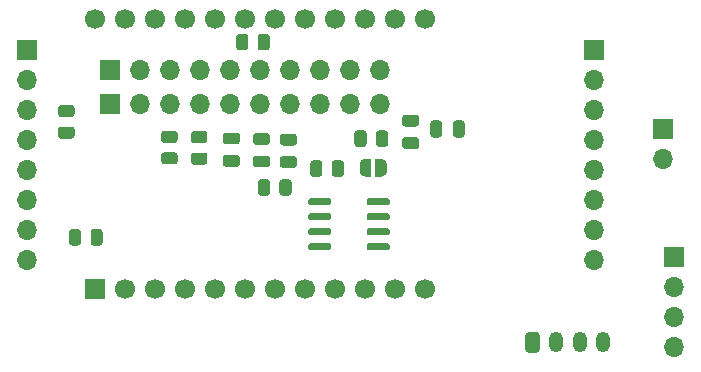
<source format=gbr>
%TF.GenerationSoftware,KiCad,Pcbnew,5.1.10*%
%TF.CreationDate,2021-11-02T12:22:44+00:00*%
%TF.ProjectId,BST900-ESP32,42535439-3030-42d4-9553-5033322e6b69,0.3*%
%TF.SameCoordinates,Original*%
%TF.FileFunction,Soldermask,Bot*%
%TF.FilePolarity,Negative*%
%FSLAX46Y46*%
G04 Gerber Fmt 4.6, Leading zero omitted, Abs format (unit mm)*
G04 Created by KiCad (PCBNEW 5.1.10) date 2021-11-02 12:22:44*
%MOMM*%
%LPD*%
G01*
G04 APERTURE LIST*
%ADD10O,1.700000X1.700000*%
%ADD11R,1.700000X1.700000*%
%ADD12C,1.700000*%
%ADD13C,0.100000*%
%ADD14O,1.200000X1.750000*%
G04 APERTURE END LIST*
%TO.C,C4*%
G36*
G01*
X132350000Y-76350000D02*
X133300000Y-76350000D01*
G75*
G02*
X133550000Y-76600000I0J-250000D01*
G01*
X133550000Y-77100000D01*
G75*
G02*
X133300000Y-77350000I-250000J0D01*
G01*
X132350000Y-77350000D01*
G75*
G02*
X132100000Y-77100000I0J250000D01*
G01*
X132100000Y-76600000D01*
G75*
G02*
X132350000Y-76350000I250000J0D01*
G01*
G37*
G36*
G01*
X132350000Y-74450000D02*
X133300000Y-74450000D01*
G75*
G02*
X133550000Y-74700000I0J-250000D01*
G01*
X133550000Y-75200000D01*
G75*
G02*
X133300000Y-75450000I-250000J0D01*
G01*
X132350000Y-75450000D01*
G75*
G02*
X132100000Y-75200000I0J250000D01*
G01*
X132100000Y-74700000D01*
G75*
G02*
X132350000Y-74450000I250000J0D01*
G01*
G37*
%TD*%
%TO.C,C5*%
G36*
G01*
X135850000Y-75500000D02*
X134900000Y-75500000D01*
G75*
G02*
X134650000Y-75250000I0J250000D01*
G01*
X134650000Y-74750000D01*
G75*
G02*
X134900000Y-74500000I250000J0D01*
G01*
X135850000Y-74500000D01*
G75*
G02*
X136100000Y-74750000I0J-250000D01*
G01*
X136100000Y-75250000D01*
G75*
G02*
X135850000Y-75500000I-250000J0D01*
G01*
G37*
G36*
G01*
X135850000Y-77400000D02*
X134900000Y-77400000D01*
G75*
G02*
X134650000Y-77150000I0J250000D01*
G01*
X134650000Y-76650000D01*
G75*
G02*
X134900000Y-76400000I250000J0D01*
G01*
X135850000Y-76400000D01*
G75*
G02*
X136100000Y-76650000I0J-250000D01*
G01*
X136100000Y-77150000D01*
G75*
G02*
X135850000Y-77400000I-250000J0D01*
G01*
G37*
%TD*%
%TO.C,C6*%
G36*
G01*
X137175000Y-76450000D02*
X138125000Y-76450000D01*
G75*
G02*
X138375000Y-76700000I0J-250000D01*
G01*
X138375000Y-77200000D01*
G75*
G02*
X138125000Y-77450000I-250000J0D01*
G01*
X137175000Y-77450000D01*
G75*
G02*
X136925000Y-77200000I0J250000D01*
G01*
X136925000Y-76700000D01*
G75*
G02*
X137175000Y-76450000I250000J0D01*
G01*
G37*
G36*
G01*
X137175000Y-74550000D02*
X138125000Y-74550000D01*
G75*
G02*
X138375000Y-74800000I0J-250000D01*
G01*
X138375000Y-75300000D01*
G75*
G02*
X138125000Y-75550000I-250000J0D01*
G01*
X137175000Y-75550000D01*
G75*
G02*
X136925000Y-75300000I0J250000D01*
G01*
X136925000Y-74800000D01*
G75*
G02*
X137175000Y-74550000I250000J0D01*
G01*
G37*
%TD*%
%TO.C,C1*%
G36*
G01*
X148475000Y-73950000D02*
X147525000Y-73950000D01*
G75*
G02*
X147275000Y-73700000I0J250000D01*
G01*
X147275000Y-73200000D01*
G75*
G02*
X147525000Y-72950000I250000J0D01*
G01*
X148475000Y-72950000D01*
G75*
G02*
X148725000Y-73200000I0J-250000D01*
G01*
X148725000Y-73700000D01*
G75*
G02*
X148475000Y-73950000I-250000J0D01*
G01*
G37*
G36*
G01*
X148475000Y-75850000D02*
X147525000Y-75850000D01*
G75*
G02*
X147275000Y-75600000I0J250000D01*
G01*
X147275000Y-75100000D01*
G75*
G02*
X147525000Y-74850000I250000J0D01*
G01*
X148475000Y-74850000D01*
G75*
G02*
X148725000Y-75100000I0J-250000D01*
G01*
X148725000Y-75600000D01*
G75*
G02*
X148475000Y-75850000I-250000J0D01*
G01*
G37*
%TD*%
D10*
%TO.C,J1*%
X115500000Y-85230000D03*
X115500000Y-82690000D03*
X115500000Y-80150000D03*
X115500000Y-77610000D03*
X115500000Y-75070000D03*
X115500000Y-72530000D03*
X115500000Y-69990000D03*
D11*
X115500000Y-67450000D03*
%TD*%
D10*
%TO.C,J4*%
X145450000Y-69150000D03*
X142910000Y-69150000D03*
X140370000Y-69150000D03*
X137830000Y-69150000D03*
X135290000Y-69150000D03*
X132750000Y-69150000D03*
X130210000Y-69150000D03*
X127670000Y-69150000D03*
X125130000Y-69150000D03*
D11*
X122590000Y-69150000D03*
%TD*%
D10*
%TO.C,J6*%
X163500000Y-85230000D03*
X163500000Y-82690000D03*
X163500000Y-80150000D03*
X163500000Y-77610000D03*
X163500000Y-75070000D03*
X163500000Y-72530000D03*
X163500000Y-69990000D03*
D11*
X163500000Y-67450000D03*
%TD*%
D10*
%TO.C,J5*%
X145410000Y-72050000D03*
X142870000Y-72050000D03*
X140330000Y-72050000D03*
X137790000Y-72050000D03*
X135250000Y-72050000D03*
X132710000Y-72050000D03*
X130170000Y-72050000D03*
X127630000Y-72050000D03*
X125090000Y-72050000D03*
D11*
X122550000Y-72050000D03*
%TD*%
%TO.C,R1*%
G36*
G01*
X120100000Y-82874998D02*
X120100000Y-83775002D01*
G75*
G02*
X119850002Y-84025000I-249998J0D01*
G01*
X119324998Y-84025000D01*
G75*
G02*
X119075000Y-83775002I0J249998D01*
G01*
X119075000Y-82874998D01*
G75*
G02*
X119324998Y-82625000I249998J0D01*
G01*
X119850002Y-82625000D01*
G75*
G02*
X120100000Y-82874998I0J-249998D01*
G01*
G37*
G36*
G01*
X121925000Y-82874998D02*
X121925000Y-83775002D01*
G75*
G02*
X121675002Y-84025000I-249998J0D01*
G01*
X121149998Y-84025000D01*
G75*
G02*
X120900000Y-83775002I0J249998D01*
G01*
X120900000Y-82874998D01*
G75*
G02*
X121149998Y-82625000I249998J0D01*
G01*
X121675002Y-82625000D01*
G75*
G02*
X121925000Y-82874998I0J-249998D01*
G01*
G37*
%TD*%
%TO.C,R2*%
G36*
G01*
X144275000Y-74524998D02*
X144275000Y-75425002D01*
G75*
G02*
X144025002Y-75675000I-249998J0D01*
G01*
X143499998Y-75675000D01*
G75*
G02*
X143250000Y-75425002I0J249998D01*
G01*
X143250000Y-74524998D01*
G75*
G02*
X143499998Y-74275000I249998J0D01*
G01*
X144025002Y-74275000D01*
G75*
G02*
X144275000Y-74524998I0J-249998D01*
G01*
G37*
G36*
G01*
X146100000Y-74524998D02*
X146100000Y-75425002D01*
G75*
G02*
X145850002Y-75675000I-249998J0D01*
G01*
X145324998Y-75675000D01*
G75*
G02*
X145075000Y-75425002I0J249998D01*
G01*
X145075000Y-74524998D01*
G75*
G02*
X145324998Y-74275000I249998J0D01*
G01*
X145850002Y-74275000D01*
G75*
G02*
X146100000Y-74524998I0J-249998D01*
G01*
G37*
%TD*%
%TO.C,R4*%
G36*
G01*
X141325000Y-77950002D02*
X141325000Y-77049998D01*
G75*
G02*
X141574998Y-76800000I249998J0D01*
G01*
X142100002Y-76800000D01*
G75*
G02*
X142350000Y-77049998I0J-249998D01*
G01*
X142350000Y-77950002D01*
G75*
G02*
X142100002Y-78200000I-249998J0D01*
G01*
X141574998Y-78200000D01*
G75*
G02*
X141325000Y-77950002I0J249998D01*
G01*
G37*
G36*
G01*
X139500000Y-77950002D02*
X139500000Y-77049998D01*
G75*
G02*
X139749998Y-76800000I249998J0D01*
G01*
X140275002Y-76800000D01*
G75*
G02*
X140525000Y-77049998I0J-249998D01*
G01*
X140525000Y-77950002D01*
G75*
G02*
X140275002Y-78200000I-249998J0D01*
G01*
X139749998Y-78200000D01*
G75*
G02*
X139500000Y-77950002I0J249998D01*
G01*
G37*
%TD*%
%TO.C,R3*%
G36*
G01*
X119300002Y-73150000D02*
X118399998Y-73150000D01*
G75*
G02*
X118150000Y-72900002I0J249998D01*
G01*
X118150000Y-72374998D01*
G75*
G02*
X118399998Y-72125000I249998J0D01*
G01*
X119300002Y-72125000D01*
G75*
G02*
X119550000Y-72374998I0J-249998D01*
G01*
X119550000Y-72900002D01*
G75*
G02*
X119300002Y-73150000I-249998J0D01*
G01*
G37*
G36*
G01*
X119300002Y-74975000D02*
X118399998Y-74975000D01*
G75*
G02*
X118150000Y-74725002I0J249998D01*
G01*
X118150000Y-74199998D01*
G75*
G02*
X118399998Y-73950000I249998J0D01*
G01*
X119300002Y-73950000D01*
G75*
G02*
X119550000Y-74199998I0J-249998D01*
G01*
X119550000Y-74725002D01*
G75*
G02*
X119300002Y-74975000I-249998J0D01*
G01*
G37*
%TD*%
%TO.C,R5*%
G36*
G01*
X136900000Y-79550002D02*
X136900000Y-78649998D01*
G75*
G02*
X137149998Y-78400000I249998J0D01*
G01*
X137675002Y-78400000D01*
G75*
G02*
X137925000Y-78649998I0J-249998D01*
G01*
X137925000Y-79550002D01*
G75*
G02*
X137675002Y-79800000I-249998J0D01*
G01*
X137149998Y-79800000D01*
G75*
G02*
X136900000Y-79550002I0J249998D01*
G01*
G37*
G36*
G01*
X135075000Y-79550002D02*
X135075000Y-78649998D01*
G75*
G02*
X135324998Y-78400000I249998J0D01*
G01*
X135850002Y-78400000D01*
G75*
G02*
X136100000Y-78649998I0J-249998D01*
G01*
X136100000Y-79550002D01*
G75*
G02*
X135850002Y-79800000I-249998J0D01*
G01*
X135324998Y-79800000D01*
G75*
G02*
X135075000Y-79550002I0J249998D01*
G01*
G37*
%TD*%
D12*
%TO.C,U2*%
X121280000Y-64820000D03*
X123820000Y-64820000D03*
X126360000Y-64820000D03*
X128900000Y-64820000D03*
X131440000Y-64820000D03*
X133980000Y-64820000D03*
X136520000Y-64820000D03*
X139060000Y-64820000D03*
X141600000Y-64820000D03*
X144140000Y-64820000D03*
X146680000Y-64820000D03*
X149220000Y-64820000D03*
X149220000Y-87680000D03*
X146680000Y-87680000D03*
X144140000Y-87680000D03*
X141600000Y-87680000D03*
X139060000Y-87680000D03*
X136520000Y-87680000D03*
X133980000Y-87680000D03*
X131440000Y-87680000D03*
X128900000Y-87680000D03*
X126360000Y-87680000D03*
X123820000Y-87680000D03*
D11*
X121280000Y-87680000D03*
%TD*%
D13*
%TO.C,JP1*%
G36*
X145475000Y-76675602D02*
G01*
X145499534Y-76675602D01*
X145548365Y-76680412D01*
X145596490Y-76689984D01*
X145643445Y-76704228D01*
X145688778Y-76723005D01*
X145732051Y-76746136D01*
X145772850Y-76773396D01*
X145810779Y-76804524D01*
X145845476Y-76839221D01*
X145876604Y-76877150D01*
X145903864Y-76917949D01*
X145926995Y-76961222D01*
X145945772Y-77006555D01*
X145960016Y-77053510D01*
X145969588Y-77101635D01*
X145974398Y-77150466D01*
X145974398Y-77175000D01*
X145975000Y-77175000D01*
X145975000Y-77675000D01*
X145974398Y-77675000D01*
X145974398Y-77699534D01*
X145969588Y-77748365D01*
X145960016Y-77796490D01*
X145945772Y-77843445D01*
X145926995Y-77888778D01*
X145903864Y-77932051D01*
X145876604Y-77972850D01*
X145845476Y-78010779D01*
X145810779Y-78045476D01*
X145772850Y-78076604D01*
X145732051Y-78103864D01*
X145688778Y-78126995D01*
X145643445Y-78145772D01*
X145596490Y-78160016D01*
X145548365Y-78169588D01*
X145499534Y-78174398D01*
X145475000Y-78174398D01*
X145475000Y-78175000D01*
X144975000Y-78175000D01*
X144975000Y-76675000D01*
X145475000Y-76675000D01*
X145475000Y-76675602D01*
G37*
G36*
X144675000Y-78175000D02*
G01*
X144175000Y-78175000D01*
X144175000Y-78174398D01*
X144150466Y-78174398D01*
X144101635Y-78169588D01*
X144053510Y-78160016D01*
X144006555Y-78145772D01*
X143961222Y-78126995D01*
X143917949Y-78103864D01*
X143877150Y-78076604D01*
X143839221Y-78045476D01*
X143804524Y-78010779D01*
X143773396Y-77972850D01*
X143746136Y-77932051D01*
X143723005Y-77888778D01*
X143704228Y-77843445D01*
X143689984Y-77796490D01*
X143680412Y-77748365D01*
X143675602Y-77699534D01*
X143675602Y-77675000D01*
X143675000Y-77675000D01*
X143675000Y-77175000D01*
X143675602Y-77175000D01*
X143675602Y-77150466D01*
X143680412Y-77101635D01*
X143689984Y-77053510D01*
X143704228Y-77006555D01*
X143723005Y-76961222D01*
X143746136Y-76917949D01*
X143773396Y-76877150D01*
X143804524Y-76839221D01*
X143839221Y-76804524D01*
X143877150Y-76773396D01*
X143917949Y-76746136D01*
X143961222Y-76723005D01*
X144006555Y-76704228D01*
X144053510Y-76689984D01*
X144101635Y-76680412D01*
X144150466Y-76675602D01*
X144175000Y-76675602D01*
X144175000Y-76675000D01*
X144675000Y-76675000D01*
X144675000Y-78175000D01*
G37*
%TD*%
%TO.C,U1*%
G36*
G01*
X144275000Y-84280000D02*
X144275000Y-83980000D01*
G75*
G02*
X144425000Y-83830000I150000J0D01*
G01*
X146075000Y-83830000D01*
G75*
G02*
X146225000Y-83980000I0J-150000D01*
G01*
X146225000Y-84280000D01*
G75*
G02*
X146075000Y-84430000I-150000J0D01*
G01*
X144425000Y-84430000D01*
G75*
G02*
X144275000Y-84280000I0J150000D01*
G01*
G37*
G36*
G01*
X144275000Y-83010000D02*
X144275000Y-82710000D01*
G75*
G02*
X144425000Y-82560000I150000J0D01*
G01*
X146075000Y-82560000D01*
G75*
G02*
X146225000Y-82710000I0J-150000D01*
G01*
X146225000Y-83010000D01*
G75*
G02*
X146075000Y-83160000I-150000J0D01*
G01*
X144425000Y-83160000D01*
G75*
G02*
X144275000Y-83010000I0J150000D01*
G01*
G37*
G36*
G01*
X144275000Y-81740000D02*
X144275000Y-81440000D01*
G75*
G02*
X144425000Y-81290000I150000J0D01*
G01*
X146075000Y-81290000D01*
G75*
G02*
X146225000Y-81440000I0J-150000D01*
G01*
X146225000Y-81740000D01*
G75*
G02*
X146075000Y-81890000I-150000J0D01*
G01*
X144425000Y-81890000D01*
G75*
G02*
X144275000Y-81740000I0J150000D01*
G01*
G37*
G36*
G01*
X144275000Y-80470000D02*
X144275000Y-80170000D01*
G75*
G02*
X144425000Y-80020000I150000J0D01*
G01*
X146075000Y-80020000D01*
G75*
G02*
X146225000Y-80170000I0J-150000D01*
G01*
X146225000Y-80470000D01*
G75*
G02*
X146075000Y-80620000I-150000J0D01*
G01*
X144425000Y-80620000D01*
G75*
G02*
X144275000Y-80470000I0J150000D01*
G01*
G37*
G36*
G01*
X139325000Y-80470000D02*
X139325000Y-80170000D01*
G75*
G02*
X139475000Y-80020000I150000J0D01*
G01*
X141125000Y-80020000D01*
G75*
G02*
X141275000Y-80170000I0J-150000D01*
G01*
X141275000Y-80470000D01*
G75*
G02*
X141125000Y-80620000I-150000J0D01*
G01*
X139475000Y-80620000D01*
G75*
G02*
X139325000Y-80470000I0J150000D01*
G01*
G37*
G36*
G01*
X139325000Y-81740000D02*
X139325000Y-81440000D01*
G75*
G02*
X139475000Y-81290000I150000J0D01*
G01*
X141125000Y-81290000D01*
G75*
G02*
X141275000Y-81440000I0J-150000D01*
G01*
X141275000Y-81740000D01*
G75*
G02*
X141125000Y-81890000I-150000J0D01*
G01*
X139475000Y-81890000D01*
G75*
G02*
X139325000Y-81740000I0J150000D01*
G01*
G37*
G36*
G01*
X139325000Y-83010000D02*
X139325000Y-82710000D01*
G75*
G02*
X139475000Y-82560000I150000J0D01*
G01*
X141125000Y-82560000D01*
G75*
G02*
X141275000Y-82710000I0J-150000D01*
G01*
X141275000Y-83010000D01*
G75*
G02*
X141125000Y-83160000I-150000J0D01*
G01*
X139475000Y-83160000D01*
G75*
G02*
X139325000Y-83010000I0J150000D01*
G01*
G37*
G36*
G01*
X139325000Y-84280000D02*
X139325000Y-83980000D01*
G75*
G02*
X139475000Y-83830000I150000J0D01*
G01*
X141125000Y-83830000D01*
G75*
G02*
X141275000Y-83980000I0J-150000D01*
G01*
X141275000Y-84280000D01*
G75*
G02*
X141125000Y-84430000I-150000J0D01*
G01*
X139475000Y-84430000D01*
G75*
G02*
X139325000Y-84280000I0J150000D01*
G01*
G37*
%TD*%
%TO.C,R6*%
G36*
G01*
X130550002Y-75350000D02*
X129649998Y-75350000D01*
G75*
G02*
X129400000Y-75100002I0J249998D01*
G01*
X129400000Y-74574998D01*
G75*
G02*
X129649998Y-74325000I249998J0D01*
G01*
X130550002Y-74325000D01*
G75*
G02*
X130800000Y-74574998I0J-249998D01*
G01*
X130800000Y-75100002D01*
G75*
G02*
X130550002Y-75350000I-249998J0D01*
G01*
G37*
G36*
G01*
X130550002Y-77175000D02*
X129649998Y-77175000D01*
G75*
G02*
X129400000Y-76925002I0J249998D01*
G01*
X129400000Y-76399998D01*
G75*
G02*
X129649998Y-76150000I249998J0D01*
G01*
X130550002Y-76150000D01*
G75*
G02*
X130800000Y-76399998I0J-249998D01*
G01*
X130800000Y-76925002D01*
G75*
G02*
X130550002Y-77175000I-249998J0D01*
G01*
G37*
%TD*%
%TO.C,R7*%
G36*
G01*
X128025002Y-75325000D02*
X127124998Y-75325000D01*
G75*
G02*
X126875000Y-75075002I0J249998D01*
G01*
X126875000Y-74549998D01*
G75*
G02*
X127124998Y-74300000I249998J0D01*
G01*
X128025002Y-74300000D01*
G75*
G02*
X128275000Y-74549998I0J-249998D01*
G01*
X128275000Y-75075002D01*
G75*
G02*
X128025002Y-75325000I-249998J0D01*
G01*
G37*
G36*
G01*
X128025002Y-77150000D02*
X127124998Y-77150000D01*
G75*
G02*
X126875000Y-76900002I0J249998D01*
G01*
X126875000Y-76374998D01*
G75*
G02*
X127124998Y-76125000I249998J0D01*
G01*
X128025002Y-76125000D01*
G75*
G02*
X128275000Y-76374998I0J-249998D01*
G01*
X128275000Y-76900002D01*
G75*
G02*
X128025002Y-77150000I-249998J0D01*
G01*
G37*
%TD*%
%TO.C,C3*%
G36*
G01*
X150675000Y-73675000D02*
X150675000Y-74625000D01*
G75*
G02*
X150425000Y-74875000I-250000J0D01*
G01*
X149925000Y-74875000D01*
G75*
G02*
X149675000Y-74625000I0J250000D01*
G01*
X149675000Y-73675000D01*
G75*
G02*
X149925000Y-73425000I250000J0D01*
G01*
X150425000Y-73425000D01*
G75*
G02*
X150675000Y-73675000I0J-250000D01*
G01*
G37*
G36*
G01*
X152575000Y-73675000D02*
X152575000Y-74625000D01*
G75*
G02*
X152325000Y-74875000I-250000J0D01*
G01*
X151825000Y-74875000D01*
G75*
G02*
X151575000Y-74625000I0J250000D01*
G01*
X151575000Y-73675000D01*
G75*
G02*
X151825000Y-73425000I250000J0D01*
G01*
X152325000Y-73425000D01*
G75*
G02*
X152575000Y-73675000I0J-250000D01*
G01*
G37*
%TD*%
D10*
%TO.C,J2*%
X169350000Y-76665000D03*
D11*
X169350000Y-74125000D03*
%TD*%
D14*
%TO.C,J3*%
X164325000Y-92225000D03*
X162325000Y-92225000D03*
X160325000Y-92225000D03*
G36*
G01*
X157725000Y-92850001D02*
X157725000Y-91599999D01*
G75*
G02*
X157974999Y-91350000I249999J0D01*
G01*
X158675001Y-91350000D01*
G75*
G02*
X158925000Y-91599999I0J-249999D01*
G01*
X158925000Y-92850001D01*
G75*
G02*
X158675001Y-93100000I-249999J0D01*
G01*
X157974999Y-93100000D01*
G75*
G02*
X157725000Y-92850001I0J249999D01*
G01*
G37*
%TD*%
%TO.C,R9*%
G36*
G01*
X135050000Y-67250002D02*
X135050000Y-66349998D01*
G75*
G02*
X135299998Y-66100000I249998J0D01*
G01*
X135825002Y-66100000D01*
G75*
G02*
X136075000Y-66349998I0J-249998D01*
G01*
X136075000Y-67250002D01*
G75*
G02*
X135825002Y-67500000I-249998J0D01*
G01*
X135299998Y-67500000D01*
G75*
G02*
X135050000Y-67250002I0J249998D01*
G01*
G37*
G36*
G01*
X133225000Y-67250002D02*
X133225000Y-66349998D01*
G75*
G02*
X133474998Y-66100000I249998J0D01*
G01*
X134000002Y-66100000D01*
G75*
G02*
X134250000Y-66349998I0J-249998D01*
G01*
X134250000Y-67250002D01*
G75*
G02*
X134000002Y-67500000I-249998J0D01*
G01*
X133474998Y-67500000D01*
G75*
G02*
X133225000Y-67250002I0J249998D01*
G01*
G37*
%TD*%
D11*
%TO.C,J7*%
X170325000Y-84950000D03*
D10*
X170325000Y-87490000D03*
X170325000Y-90030000D03*
X170325000Y-92570000D03*
%TD*%
M02*

</source>
